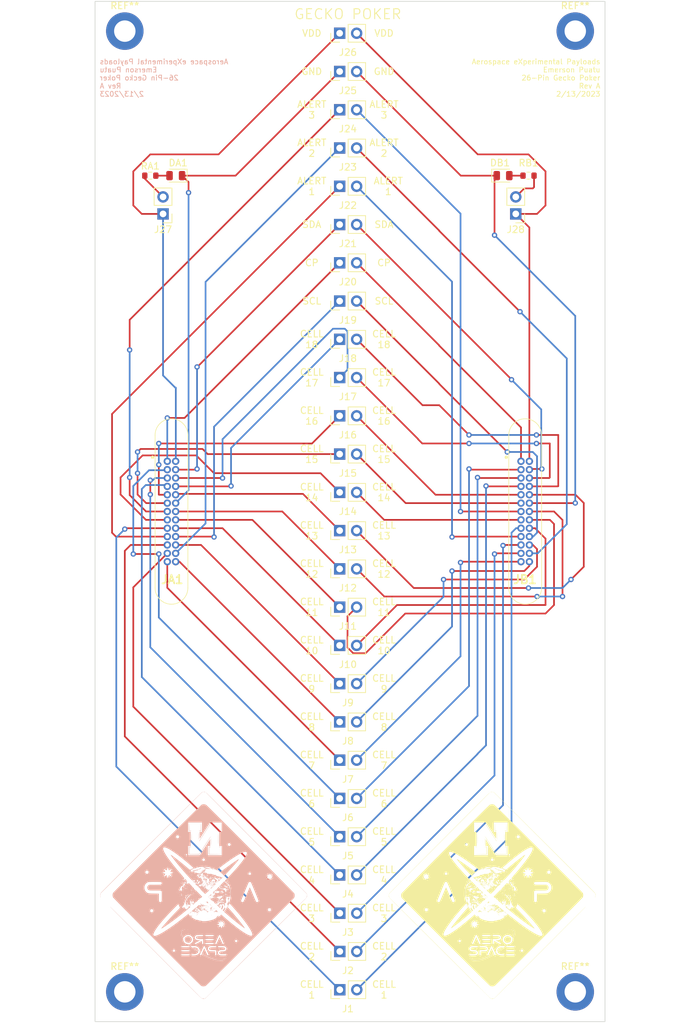
<source format=kicad_pcb>
(kicad_pcb (version 20211014) (generator pcbnew)
  (layers (0 "F.Cu" signal) (31 "B.Cu" signal) (34 "B.Paste" user) (35 "F.Paste" user) (36 "B.SilkS" user "B.Silkscreen") (37 "F.SilkS" user "F.Silkscreen") (38 "B.Mask" user) (39 "F.Mask" user) (44 "Edge.Cuts" user))
  (net 0 "")
  (net 1 "CP_A")
  (net 2 "CELL_6_A")
  (net 3 "CELL_5_A")
  (net 4 "CELL_4_A")
  (net 5 "CELL_16_A")
  (net 6 "CELL_15_A")
  (net 7 "ALERT3_A")
  (net 8 "CELL_14_A")
  (net 9 "CELL_1_A")
  (net 10 "ALERT1_A")
  (net 11 "CELL_2_A")
  (net 12 "CELL_3_A")
  (net 13 "CELL_7_A")
  (net 14 "VDD_A")
  (net 15 "SDA_A")
  (net 16 "CELL_17_A")
  (net 17 "CELL_18_A")
  (net 18 "CELL_13_A")
  (net 19 "GND_A")
  (net 20 "CELL_12_A")
  (net 21 "CELL_11_A")
  (net 22 "CELL_10_A")
  (net 23 "SCL_A")
  (net 24 "CELL_9_A")
  (net 25 "ALERT2_A")
  (net 26 "CELL_8_A")
  (net 27 "CP_B")
  (net 28 "CELL_6_B")
  (net 29 "CELL_5_B")
  (net 30 "CELL_4_B")
  (net 31 "CELL_16_B")
  (net 32 "CELL_15_B")
  (net 33 "ALERT3_B")
  (net 34 "CELL_14_B")
  (net 35 "CELL_1_B")
  (net 36 "ALERT1_B")
  (net 37 "CELL_2_B")
  (net 38 "CELL_3_B")
  (net 39 "CELL_7_B")
  (net 40 "VDD_B")
  (net 41 "SDA_B")
  (net 42 "CELL_17_B")
  (net 43 "CELL_18_B")
  (net 44 "CELL_13_B")
  (net 45 "GND_B")
  (net 46 "CELL_12_B")
  (net 47 "CELL_11_B")
  (net 48 "CELL_10_B")
  (net 49 "SCL_B")
  (net 50 "CELL_9_B")
  (net 51 "ALERT2_B")
  (net 52 "CELL_8_B")
  (net 53 "Net-(DA1-Pad2)")
  (net 54 "Net-(DB1-Pad2)")
  (net 55 "Net-(J27-Pad2)")
  (net 56 "Net-(J28-Pad2)")
  (footprint "Connector_PinHeader_2.54mm:PinHeader_1x02_P2.54mm_Vertical" (layer "F.Cu") (at 77.825 67.6275 90)
    (fp_text reference "J20")
    (fp_text value "Conn_01x02")
  )
  (footprint "Connector_PinHeader_2.54mm:PinHeader_1x02_P2.54mm_Vertical" (layer "F.Cu") (at 77.825 119.0625 90)
    (fp_text reference "J11")
    (fp_text value "Conn_01x02")
  )
  (footprint "Connector_PinHeader_2.54mm:PinHeader_1x02_P2.54mm_Vertical" (layer "F.Cu") (at 77.825 96.2025 90)
    (fp_text reference "J15")
    (fp_text value "Conn_01x02")
  )
  (footprint "1P:G125-MV12605M1P" (layer "F.Cu") (at 104.9225 97.275 -90)
    (fp_text reference "JB1")
    (fp_text value "G125-MH12605M4R" hide)
  )
  (footprint "Connector_PinHeader_2.54mm:PinHeader_1x02_P2.54mm_Vertical" (layer "F.Cu") (at 77.8455 170.4975 90)
    (fp_text reference "J2")
    (fp_text value "Conn_01x02")
  )
  (footprint "MountingHole:MountingHole_3.2mm_M3_DIN965_Pad_TopBottom" (layer "F.Cu") (at 113.03 176.53)
    (fp_text reference "REF**")
    (fp_text value "MountingHole_3.2mm_M3_DIN965_Pad_TopBottom")
  )
  (footprint "Connector_PinHeader_2.54mm:PinHeader_1x02_P2.54mm_Vertical" (layer "F.Cu") (at 77.825 107.6325 90)
    (fp_text reference "J13")
    (fp_text value "Conn_01x02")
  )
  (footprint "Connector_PinHeader_2.54mm:PinHeader_1x02_P2.54mm_Vertical" (layer "F.Cu") (at 77.825 101.9175 90)
    (fp_text reference "J14")
    (fp_text value "Conn_01x02")
  )
  (footprint "Connector_PinHeader_2.54mm:PinHeader_1x02_P2.54mm_Vertical" (layer "F.Cu") (at 77.825 50.4825 90)
    (fp_text reference "J23")
    (fp_text value "Conn_01x02")
  )
  (footprint "Connector_PinHeader_2.54mm:PinHeader_1x02_P2.54mm_Vertical" (layer "F.Cu") (at 77.825 79.0575 90)
    (fp_text reference "J18")
    (fp_text value "Conn_01x02")
  )
  (footprint "LED_SMD:LED_0805_2012Metric" (layer "F.Cu") (at 53.34 54.605 180)
    (fp_text reference "DA1")
    (fp_text value "LED")
  )
  (footprint "Connector_PinHeader_2.54mm:PinHeader_1x02_P2.54mm_Vertical" (layer "F.Cu") (at 77.825 56.1975 90)
    (fp_text reference "J22")
    (fp_text value "Conn_01x02")
  )
  (footprint "MountingHole:MountingHole_3.2mm_M3_DIN965_Pad_TopBottom" (layer "F.Cu") (at 45.72 33.02)
    (fp_text reference "REF**")
    (fp_text value "MountingHole_3.2mm_M3_DIN965_Pad_TopBottom")
  )
  (footprint "Connector_PinHeader_2.54mm:PinHeader_1x02_P2.54mm_Vertical" (layer "F.Cu") (at 77.825 44.7675 90)
    (fp_text reference "J24")
    (fp_text value "Conn_01x02")
  )
  (footprint "Connector_PinHeader_2.54mm:PinHeader_1x02_P2.54mm_Vertical" (layer "F.Cu") (at 77.825 136.2075 90)
    (fp_text reference "J8")
    (fp_text value "Conn_01x02")
  )
  (footprint "Connector_PinHeader_2.54mm:PinHeader_1x02_P2.54mm_Vertical" (layer "F.Cu") (at 77.8455 164.7825 90)
    (fp_text reference "J3")
    (fp_text value "Conn_01x02")
  )
  (footprint "Connector_PinHeader_2.54mm:PinHeader_1x02_P2.54mm_Vertical" (layer "F.Cu") (at 77.8455 176.2125 90)
    (fp_text reference "J1")
    (fp_text value "Conn_01x02")
  )
  (footprint "LED_SMD:LED_0805_2012Metric" (layer "F.Cu") (at 102.235 54.605)
    (fp_text reference "DB1")
    (fp_text value "LED")
  )
  (footprint "Connector_PinHeader_2.54mm:PinHeader_1x02_P2.54mm_Vertical" (layer "F.Cu") (at 77.825 90.4875 90)
    (fp_text reference "J16")
    (fp_text value "Conn_01x02")
  )
  (footprint "Connector_PinHeader_2.54mm:PinHeader_1x02_P2.54mm_Vertical" (layer "F.Cu") (at 77.825 73.3425 90)
    (fp_text reference "J19")
    (fp_text value "Conn_01x02")
  )
  (footprint "Connector_PinHeader_2.54mm:PinHeader_1x02_P2.54mm_Vertical" (layer "F.Cu") (at 77.825 39.0525 90)
    (fp_text reference "J25")
    (fp_text value "Conn_01x02")
  )
  (footprint "Resistor_SMD:R_0603_1608Metric" (layer "F.Cu") (at 106.045 54.61 180)
    (fp_text reference "RB1")
    (fp_text value "R")
  )
  (footprint "Connector_PinHeader_2.54mm:PinHeader_1x02_P2.54mm_Vertical" (layer "F.Cu") (at 77.825 130.4925 90)
    (fp_text reference "J9")
    (fp_text value "Conn_01x02")
  )
  (footprint "Connector_PinHeader_2.54mm:PinHeader_1x02_P2.54mm_Vertical" (layer "F.Cu") (at 51.435 60.325 180)
    (fp_text reference "J27")
    (fp_text value "Conn_01x02")
  )
  (footprint "Connector_PinHeader_2.54mm:PinHeader_1x02_P2.54mm_Vertical" (layer "F.Cu") (at 77.825 147.6375 90)
    (fp_text reference "J6")
    (fp_text value "Conn_01x02")
  )
  (footprint "Resistor_SMD:R_0603_1608Metric" (layer "F.Cu") (at 49.53 54.61)
    (fp_text reference "RA1")
    (fp_text value "R")
  )
  (footprint "Connector_PinHeader_2.54mm:PinHeader_1x02_P2.54mm_Vertical" (layer "F.Cu") (at 104.14 60.325 180)
    (fp_text reference "J28")
    (fp_text value "Conn_01x02")
  )
  (footprint "1P:G125-MV12605M1P" (layer "F.Cu") (at 52.07 97.275 -90)
    (fp_text reference "JA1")
    (fp_text value "G125-MH12605M4R" hide)
  )
  (footprint "Connector_PinHeader_2.54mm:PinHeader_1x02_P2.54mm_Vertical" (layer "F.Cu") (at 77.825 159.0675 90)
    (fp_text reference "J4")
    (fp_text value "Conn_01x02")
  )
  (footprint "Connector_PinHeader_2.54mm:PinHeader_1x02_P2.54mm_Vertical" (layer "F.Cu") (at 77.825 33.3375 90)
    (fp_text reference "J26")
    (fp_text value "Conn_01x02")
  )
  (footprint "MountingHole:MountingHole_3.2mm_M3_DIN965_Pad_TopBottom" (layer "F.Cu") (at 45.72 176.53)
    (fp_text reference "REF**")
    (fp_text value "MountingHole_3.2mm_M3_DIN965_Pad_TopBottom")
  )
  (footprint "MountingHole:MountingHole_3.2mm_M3_DIN965_Pad_TopBottom" (layer "F.Cu") (at 113.03 33.02)
    (fp_text reference "REF**")
    (fp_text value "MountingHole_3.2mm_M3_DIN965_Pad_TopBottom")
  )
  (footprint "Connector_PinHeader_2.54mm:PinHeader_1x02_P2.54mm_Vertical" (layer "F.Cu") (at 77.825 141.9225 90)
    (fp_text reference "J7")
    (fp_text value "Conn_01x02")
  )
  (footprint "Connector_PinHeader_2.54mm:PinHeader_1x02_P2.54mm_Vertical" (layer "F.Cu") (at 77.825 153.3525 90)
    (fp_text reference "J5")
    (fp_text value "Conn_01x02")
  )
  (footprint "Connector_PinHeader_2.54mm:PinHeader_1x02_P2.54mm_Vertical" (layer "F.Cu") (at 77.825 113.3475 90)
    (fp_text reference "J12")
    (fp_text value "Conn_01x02")
  )
  (footprint "Connector_PinHeader_2.54mm:PinHeader_1x02_P2.54mm_Vertical" (layer "F.Cu") (at 77.825 84.7725 90)
    (fp_text reference "J17")
    (fp_text value "Conn_01x02")
  )
  (footprint "Connector_PinHeader_2.54mm:PinHeader_1x02_P2.54mm_Vertical" (layer "F.Cu") (at 77.825 61.9125 90)
    (fp_text reference "J21")
    (fp_text value "Conn_01x02")
  )
  (footprint "Connector_PinHeader_2.54mm:PinHeader_1x02_P2.54mm_Vertical" (layer "F.Cu") (at 77.825 124.7775 90)
    (fp_text reference "J10")
    (fp_text value "Conn_01x02")
  )
  (footprint "AXP_logo:axp_logos" (layer "F.Cu") (at 100.33 161.925)
    (fp_text reference "G***" hide)
    (fp_text value "LOGO" hide)
  )
  (footprint "AXP_logo:axp_logos" (layer "B.Cu") (at 57.785 161.925 180)
    (fp_text reference "G***" hide)
    (fp_text value "LOGO" hide)
  )
  (gr_rect (start 41.275 28.575) (end 117.475 180.975) (layer "Edge.Cuts") (width 0.1) (fill none))
  (gr_text "Aerospace eXperimental Payloads\nEmerson Puatu\n26-Pin Gecko Poker\nRev A\n2/13/2023" (at 41.91 40.005) (layer "B.SilkS") (effects (font (size 0.75 0.75) (thickness 0.12)) (justify right mirror)))
  (gr_text "CELL\n10" (at 84.455 124.7775) (layer "F.SilkS") (effects (font (size 1 1))))
  (gr_text "CELL\n6" (at 84.455 147.6375) (layer "F.SilkS") (effects (font (size 1 1))))
  (gr_text "CELL\n5" (at 84.455 153.3525) (layer "F.SilkS") (effects (font (size 1 1))))
  (gr_text "SDA" (at 73.66 61.9125) (layer "F.SilkS") (effects (font (size 1 1))))
  (gr_text "CELL\n9" (at 84.455 130.4925) (layer "F.SilkS") (effects (font (size 1 1))))
  (gr_text "ALERT\n2" (at 84.455 50.4825) (layer "F.SilkS") (effects (font (size 1 1))))
  (gr_text "CELL\n7" (at 73.66 141.9225) (layer "F.SilkS") (effects (font (size 1 1))))
  (gr_text "ALERT\n3" (at 73.66 44.7675) (layer "F.SilkS") (effects (font (size 1 1))))
  (gr_text "CELL\n14" (at 73.66 101.9175) (layer "F.SilkS") (effects (font (size 1 1))))
  (gr_text "VDD" (at 84.455 33.3375) (layer "F.SilkS") (effects (font (size 1 1))))
  (gr_text "CELL\n4" (at 73.66 159.0675) (layer "F.SilkS") (effects (font (size 1 1))))
  (gr_text "CELL\n10" (at 73.66 124.7775) (layer "F.SilkS") (effects (font (size 1 1))))
  (gr_text "SCL" (at 73.66 73.3425) (layer "F.SilkS") (effects (font (size 1 1))))
  (gr_text "GND" (at 84.455 39.0525) (layer "F.SilkS") (effects (font (size 1 1))))
  (gr_text "CELL\n9" (at 73.66 130.4925) (layer "F.SilkS") (effects (font (size 1 1))))
  (gr_text "CELL\n17" (at 84.455 84.7725) (layer "F.SilkS") (effects (font (size 1 1))))
  (gr_text "CELL\n18" (at 84.455 79.0575) (layer "F.SilkS") (effects (font (size 1 1))))
  (gr_text "CELL\n8" (at 73.66 136.2075) (layer "F.SilkS") (effects (font (size 1 1))))
  (gr_text "ALERT\n2" (at 73.66 50.4825) (layer "F.SilkS") (effects (font (size 1 1))))
  (gr_text "CELL\n17" (at 73.66 84.7725) (layer "F.SilkS") (effects (font (size 1 1))))
  (gr_text "CELL\n11" (at 73.66 119.0625) (layer "F.SilkS") (effects (font (size 1 1))))
  (gr_text "CELL\n7" (at 84.455 141.9225) (layer "F.SilkS") (effects (font (size 1 1))))
  (gr_text "CELL\n11" (at 84.455 119.0625) (layer "F.SilkS") (effects (font (size 1 1))))
  (gr_text "CELL\n13" (at 73.66 107.6325) (layer "F.SilkS") (effects (font (size 1 1))))
  (gr_text "CELL\n1" (at 84.455 176.2125) (layer "F.SilkS") (effects (font (size 1 1))))
  (gr_text "CP" (at 73.66 67.6275) (layer "F.SilkS") (effects (font (size 1 1))))
  (gr_text "GECKO POKER" (at 79.0575 30.48) (layer "F.SilkS") (effects (font (size 1.5 1.5))))
  (gr_text "CELL\n13" (at 84.455 107.6325) (layer "F.SilkS") (effects (font (size 1 1))))
  (gr_text "ALERT\n1" (at 85.09 56.1975) (layer "F.SilkS") (effects (font (size 1 1))))
  (gr_text "CELL\n3" (at 73.66 164.7825) (layer "F.SilkS") (effects (font (size 1 1))))
  (gr_text "CELL\n18" (at 73.66 79.0575) (layer "F.SilkS") (effects (font (size 1 1))))
  (gr_text "SDA" (at 84.455 61.9125) (layer "F.SilkS") (effects (font (size 1 1))))
  (gr_text "CELL\n1" (at 73.66 176.2125) (layer "F.SilkS") (effects (font (size 1 1))))
  (gr_text "SCL" (at 84.455 73.3425) (layer "F.SilkS") (effects (font (size 1 1))))
  (gr_text "CELL\n12" (at 84.455 113.3475) (layer "F.SilkS") (effects (font (size 1 1))))
  (gr_text "CELL\n15" (at 73.66 96.2025) (layer "F.SilkS") (effects (font (size 1 1))))
  (gr_text "VDD" (at 73.66 33.3375) (layer "F.SilkS") (effects (font (size 1 1))))
  (gr_text "CP" (at 84.455 67.6275) (layer "F.SilkS") (effects (font (size 1 1))))
  (gr_text "CELL\n6" (at 73.66 147.6375) (layer "F.SilkS") (effects (font (size 1 1))))
  (gr_text "CELL\n16" (at 73.66 90.4875) (layer "F.SilkS") (effects (font (size 1 1))))
  (gr_text "CELL\n5" (at 73.66 153.3525) (layer "F.SilkS") (effects (font (size 1 1))))
  (gr_text "ALERT\n1" (at 73.66 56.1975) (layer "F.SilkS") (effects (font (size 1 1))))
  (gr_text "CELL\n15" (at 84.455 96.2025) (layer "F.SilkS") (effects (font (size 1 1))))
  (gr_text "CELL\n3" (at 84.455 164.7825) (layer "F.SilkS") (effects (font (size 1 1))))
  (gr_text "ALERT\n3" (at 84.455 44.7675) (layer "F.SilkS") (effects (font (size 1 1))))
  (gr_text "Aerospace eXperimental Payloads\nEmerson Puatu\n26-Pin Gecko Poker\nRev A\n2/13/2023" (at 116.84 40.005) (layer "F.SilkS") (effects (font (size 0.75 0.75) (thickness 0.12)) (justify right)))
  (gr_text "CELL\n2" (at 73.66 170.4975) (layer "F.SilkS") (effects (font (size 1 1))))
  (gr_text "CELL\n4" (at 84.455 159.0675) (layer "F.SilkS") (effects (font (size 1 1))))
  (gr_text "CELL\n2" (at 84.455 170.4975) (layer "F.SilkS") (effects (font (size 1 1))))
  (gr_text "GND" (at 73.66 39.0525) (layer "F.SilkS") (effects (font (size 1 1))))
  (gr_text "CELL\n14" (at 84.455 101.9175) (layer "F.SilkS") (effects (font (size 1 1))))
  (gr_text "CELL\n8" (at 84.455 136.2075) (layer "F.SilkS") (effects (font (size 1 1))))
  (gr_text "CELL\n12" (at 73.66 113.3475) (layer "F.SilkS") (effects (font (size 1 1))))
  (gr_text "CELL\n16" (at 84.455 90.4875) (layer "F.SilkS") (effects (font (size 1 1))))
  (segment (start 52.07 90.805) (end 54.6475 90.805) (width 0.25) (layer "F.Cu") (net 1))
  (segment (start 54.6475 90.805) (end 77.825 67.6275) (width 0.25) (layer "F.Cu") (net 1))
  (via (at 52.07 90.805) (size 0.8) (drill 0.4) (layers "F.Cu" "B.Cu") (net 1))
  (segment (start 52.07 90.805) (end 52.07 97.275) (width 0.25) (layer "B.Cu") (net 1))
  (segment (start 46.99 111.125) (end 50.8 111.125) (width 0.25) (layer "F.Cu") (net 2))
  (via (at 50.8 111.125) (size 0.8) (drill 0.4) (layers "F.Cu" "B.Cu") (net 2))
  (via (at 46.99 111.125) (size 0.8) (drill 0.4) (layers "F.Cu" "B.Cu") (net 2))
  (segment (start 46.99 100.965) (end 49.344531 98.610469) (width 0.25) (layer "B.Cu") (net 2))
  (segment (start 46.99 111.125) (end 46.99 100.965) (width 0.25) (layer "B.Cu") (net 2))
  (segment (start 49.344531 98.610469) (end 51.984531 98.610469) (width 0.25) (layer "B.Cu") (net 2))
  (segment (start 50.8 120.6125) (end 77.825 147.6375) (width 0.25) (layer "B.Cu") (net 2))
  (segment (start 51.984531 98.610469) (end 52.07 98.525) (width 0.25) (layer "B.Cu") (net 2))
  (segment (start 50.8 111.125) (end 50.8 120.6125) (width 0.25) (layer "B.Cu") (net 2))
  (segment (start 49.53 100.101489) (end 49.53 102.235) (width 0.25) (layer "F.Cu") (net 3))
  (via (at 49.53 100.101489) (size 0.8) (drill 0.4) (layers "F.Cu" "B.Cu") (net 3))
  (via (at 49.53 102.235) (size 0.8) (drill 0.4) (layers "F.Cu" "B.Cu") (net 3))
  (segment (start 49.53 102.235) (end 49.53 125.0575) (width 0.25) (layer "B.Cu") (net 3))
  (segment (start 49.53 125.0575) (end 77.825 153.3525) (width 0.25) (layer "B.Cu") (net 3))
  (segment (start 49.918511 100.101489) (end 49.53 100.101489) (width 0.25) (layer "B.Cu") (net 3))
  (segment (start 50.245 99.775) (end 52.07 99.775) (width 0.25) (layer "B.Cu") (net 3))
  (segment (start 50.245 99.775) (end 49.918511 100.101489) (width 0.25) (layer "B.Cu") (net 3))
  (segment (start 48.26 129.5025) (end 48.26 101.41452) (width 0.25) (layer "B.Cu") (net 4))
  (segment (start 48.848531 100.825989) (end 51.870989 100.825989) (width 0.25) (layer "B.Cu") (net 4))
  (segment (start 77.825 159.0675) (end 48.26 129.5025) (width 0.25) (layer "B.Cu") (net 4))
  (segment (start 48.26 101.41452) (end 48.848531 100.825989) (width 0.25) (layer "B.Cu") (net 4))
  (segment (start 51.870989 100.825989) (end 52.07 101.025) (width 0.25) (layer "B.Cu") (net 4))
  (segment (start 50.8 97.79) (end 50.8 102.235) (width 0.25) (layer "F.Cu") (net 5))
  (segment (start 50.8 102.235) (end 50.84 102.275) (width 0.25) (layer "F.Cu") (net 5))
  (segment (start 50.84 102.275) (end 52.07 102.275) (width 0.25) (layer "F.Cu") (net 5))
  (segment (start 73.6975 94.615) (end 77.825 90.4875) (width 0.25) (layer "F.Cu") (net 5))
  (segment (start 50.8 94.615) (end 73.6975 94.615) (width 0.25) (layer "F.Cu") (net 5))
  (via (at 50.8 94.615) (size 0.8) (drill 0.4) (layers "F.Cu" "B.Cu") (net 5))
  (via (at 50.8 97.79) (size 0.8) (drill 0.4) (layers "F.Cu" "B.Cu") (net 5))
  (segment (start 50.8 97.79) (end 50.8 94.615) (width 0.25) (layer "B.Cu") (net 5))
  (segment (start 57.33548 95.43548) (end 58.1025 96.2025) (width 0.25) (layer "F.Cu") (net 6))
  (segment (start 47.625 95.885) (end 48.07452 95.43548) (width 0.25) (layer "F.Cu") (net 6))
  (segment (start 58.1025 96.2025) (end 77.825 96.2025) (width 0.25) (layer "F.Cu") (net 6))
  (segment (start 48.915 103.525) (end 52.07 103.525) (width 0.25) (layer "F.Cu") (net 6))
  (segment (start 47.625 102.235) (end 48.915 103.525) (width 0.25) (layer "F.Cu") (net 6))
  (segment (start 47.625 99.06) (end 47.625 102.235) (width 0.25) (layer "F.Cu") (net 6))
  (segment (start 48.07452 95.43548) (end 57.33548 95.43548) (width 0.25) (layer "F.Cu") (net 6))
  (via (at 47.625 95.885) (size 0.8) (drill 0.4) (layers "F.Cu" "B.Cu") (net 6))
  (via (at 47.625 99.06) (size 0.8) (drill 0.4) (layers "F.Cu" "B.Cu") (net 6))
  (segment (start 47.625 99.06) (end 47.625 95.885) (width 0.25) (layer "B.Cu") (net 6))
  (segment (start 46.4445 76.148) (end 77.825 44.7675) (width 0.25) (layer "F.Cu") (net 7))
  (segment (start 46.4445 80.645) (end 46.4445 76.148) (width 0.25) (layer "F.Cu") (net 7))
  (segment (start 46.4445 99.695) (end 46.4445 102.3245) (width 0.25) (layer "F.Cu") (net 7))
  (segment (start 48.895 104.775) (end 52.07 104.775) (width 0.25) (layer "F.Cu") (net 7))
  (segment (start 46.4445 102.3245) (end 48.895 104.775) (width 0.25) (layer "F.Cu") (net 7))
  (via (at 46.4445 99.695) (size 0.8) (drill 0.4) (layers "F.Cu" "B.Cu") (net 7))
  (via (at 46.4445 80.645) (size 0.8) (drill 0.4) (layers "F.Cu" "B.Cu") (net 7))
  (segment (start 46.4445 99.695) (end 46.4445 80.645) (width 0.25) (layer "B.Cu") (net 7))
  (segment (start 48.379511 96.400489) (end 45.085 99.695) (width 0.25) (layer "F.Cu") (net 8))
  (segment (start 60.625103 99.050489) (end 59.045489 99.050489) (width 0.25) (layer "F.Cu") (net 8))
  (segment (start 74.9675 99.06) (end 60.634614 99.06) (width 0.25) (layer "F.Cu") (net 8))
  (segment (start 60.634614 99.06) (end 60.625103 99.050489) (width 0.25) (layer "F.Cu") (net 8))
  (segment (start 56.395489 96.400489) (end 48.379511 96.400489) (width 0.25) (layer "F.Cu") (net 8))
  (segment (start 48.875 106.025) (end 52.07 106.025) (width 0.25) (layer "F.Cu") (net 8))
  (segment (start 45.085 102.235) (end 48.875 106.025) (width 0.25) (layer "F.Cu") (net 8))
  (segment (start 59.045489 99.050489) (end 56.395489 96.400489) (width 0.25) (layer "F.Cu") (net 8))
  (segment (start 77.825 101.9175) (end 74.9675 99.06) (width 0.25) (layer "F.Cu") (net 8))
  (segment (start 45.085 99.695) (end 45.085 102.235) (width 0.25) (layer "F.Cu") (net 8))
  (segment (start 45.8495 107.275) (end 52.07 107.275) (width 0.25) (layer "F.Cu") (net 9))
  (segment (start 45.72 107.4045) (end 45.8495 107.275) (width 0.25) (layer "F.Cu") (net 9))
  (via (at 45.72 107.4045) (size 0.8) (drill 0.4) (layers "F.Cu" "B.Cu") (net 9))
  (segment (start 44.45 142.875) (end 77.7875 176.2125) (width 0.25) (layer "B.Cu") (net 9))
  (segment (start 44.45 108.6745) (end 44.45 142.875) (width 0.25) (layer "B.Cu") (net 9))
  (segment (start 45.72 107.4045) (end 44.45 108.6745) (width 0.25) (layer "B.Cu") (net 9))
  (segment (start 77.7875 176.2125) (end 77.8455 176.2125) (width 0.25) (layer "B.Cu") (net 9))
  (segment (start 43.815 90.2075) (end 43.815 107.95) (width 0.25) (layer "F.Cu") (net 10))
  (segment (start 44.39 108.525) (end 43.815 107.95) (width 0.25) (layer "F.Cu") (net 10))
  (segment (start 52.07 108.525) (end 44.39 108.525) (width 0.25) (layer "F.Cu") (net 10))
  (segment (start 77.825 56.1975) (end 43.815 90.2075) (width 0.25) (layer "F.Cu") (net 10))
  (segment (start 52.07 109.775) (end 47.200614 109.775) (width 0.25) (layer "F.Cu") (net 11))
  (segment (start 46.600397 109.774989) (end 45.72 110.655386) (width 0.25) (layer "F.Cu") (net 11))
  (segment (start 47.200603 109.774989) (end 46.600397 109.774989) (width 0.25) (layer "F.Cu") (net 11))
  (segment (start 47.200614 109.775) (end 47.200603 109.774989) (width 0.25) (layer "F.Cu") (net 11))
  (segment (start 45.72 138.372) (end 77.8455 170.4975) (width 0.25) (layer "F.Cu") (net 11))
  (segment (start 45.72 110.655386) (end 45.72 138.372) (width 0.25) (layer "F.Cu") (net 11))
  (segment (start 46.99 133.927) (end 77.8455 164.7825) (width 0.25) (layer "F.Cu") (net 12))
  (segment (start 46.99 116.105) (end 46.99 133.927) (width 0.25) (layer "F.Cu") (net 12))
  (segment (start 52.07 111.025) (end 46.99 116.105) (width 0.25) (layer "F.Cu") (net 12))
  (segment (start 52.07 112.275) (end 52.07 116.1675) (width 0.25) (layer "F.Cu") (net 13))
  (segment (start 52.07 116.1675) (end 77.825 141.9225) (width 0.25) (layer "F.Cu") (net 13))
  (segment (start 46.99 53.975) (end 46.99 59.055) (width 0.25) (layer "F.Cu") (net 14))
  (segment (start 48.26 60.325) (end 51.435 60.325) (width 0.25) (layer "F.Cu") (net 14))
  (segment (start 46.99 59.055) (end 48.26 60.325) (width 0.25) (layer "F.Cu") (net 14))
  (segment (start 77.825 33.3375) (end 59.7275 51.435) (width 0.25) (layer "F.Cu") (net 14))
  (segment (start 59.7275 51.435) (end 49.53 51.435) (width 0.25) (layer "F.Cu") (net 14))
  (segment (start 49.53 51.435) (end 46.99 53.975) (width 0.25) (layer "F.Cu") (net 14))
  (via (at 51.435 60.325) (size 0.8) (drill 0.4) (layers "F.Cu" "B.Cu") (net 14))
  (segment (start 53.32 97.275) (end 53.34 97.255) (width 0.25) (layer "B.Cu") (net 14))
  (segment (start 53.34 86.36) (end 51.435 84.455) (width 0.25) (layer "B.Cu") (net 14))
  (segment (start 53.34 97.255) (end 53.34 86.36) (width 0.25) (layer "B.Cu") (net 14))
  (segment (start 53.34 86.36) (end 53.34 86.2705) (width 0.25) (layer "B.Cu") (net 14))
  (segment (start 51.435 84.455) (end 51.435 60.325) (width 0.25) (layer "B.Cu") (net 14))
  (segment (start 56.515 98.425) (end 56.415 98.525) (width 0.25) (layer "F.Cu") (net 15))
  (segment (start 56.5525 83.185) (end 77.825 61.9125) (width 0.25) (layer "F.Cu") (net 15))
  (segment (start 56.515 83.185) (end 56.5525 83.185) (width 0.25) (layer "F.Cu") (net 15))
  (segment (start 56.415 98.525) (end 53.32 98.525) (width 0.25) (layer "F.Cu") (net 15))
  (via (at 56.515 83.185) (size 0.8) (drill 0.4) (layers "F.Cu" "B.Cu") (net 15))
  (via (at 56.515 98.425) (size 0.8) (drill 0.4) (layers "F.Cu" "B.Cu") (net 15))
  (segment (start 56.515 98.425) (end 56.515 83.185) (width 0.25) (layer "B.Cu") (net 15))
  (segment (start 60.325 99.7845) (end 60.3155 99.775) (width 0.25) (layer "F.Cu") (net 16))
  (segment (start 60.3155 99.775) (end 53.32 99.775) (width 0.25) (layer "F.Cu") (net 16))
  (via (at 60.325 99.7845) (size 0.8) (drill 0.4) (layers "F.Cu" "B.Cu") (net 16))
  (segment (start 76.835 77.47) (end 60.325 93.98) (width 0.25) (layer "B.Cu") (net 16))
  (segment (start 78.999511 77.882989) (end 78.586522 77.47) (width 0.25) (layer "B.Cu") (net 16))
  (segment (start 60.325 93.98) (end 60.325 99.7845) (width 0.25) (layer "B.Cu") (net 16))
  (segment (start 78.586522 77.47) (end 76.835 77.47) (width 0.25) (layer "B.Cu") (net 16))
  (segment (start 77.825 84.7725) (end 78.999511 83.597989) (width 0.25) (layer "B.Cu") (net 16))
  (segment (start 78.999511 83.597989) (end 78.999511 77.882989) (width 0.25) (layer "B.Cu") (net 16))
  (segment (start 61.595 100.965) (end 61.535 101.025) (width 0.25) (layer "F.Cu") (net 17))
  (segment (start 61.535 101.025) (end 53.32 101.025) (width 0.25) (layer "F.Cu") (net 17))
  (via (at 61.595 100.965) (size 0.8) (drill 0.4) (layers "F.Cu" "B.Cu") (net 17))
  (segment (start 61.595 100.965) (end 61.595 95.2875) (width 0.25) (layer "B.Cu") (net 17))
  (segment (start 61.595 95.2875) (end 77.825 79.0575) (width 0.25) (layer "B.Cu") (net 17))
  (segment (start 53.32 102.275) (end 53.4495 102.1455) (width 0.25) (layer "F.Cu") (net 18))
  (segment (start 72.338 102.1455) (end 77.825 107.6325) (width 0.25) (layer "F.Cu") (net 18))
  (segment (start 53.4495 102.1455) (end 72.338 102.1455) (width 0.25) (layer "F.Cu") (net 18))
  (segment (start 55.245 55.5725) (end 54.2775 54.605) (width 0.25) (layer "F.Cu") (net 19))
  (segment (start 54.2825 54.61) (end 62.2675 54.61) (width 0.25) (layer "F.Cu") (net 19))
  (segment (start 55.245 57.15) (end 55.245 55.5725) (width 0.25) (layer "F.Cu") (net 19))
  (segment (start 62.2675 54.61) (end 77.825 39.0525) (width 0.25) (layer "F.Cu") (net 19))
  (segment (start 54.2775 54.605) (end 54.2825 54.61) (width 0.25) (layer "F.Cu") (net 19))
  (via (at 55.245 57.15) (size 0.8) (drill 0.4) (layers "F.Cu" "B.Cu") (net 19))
  (segment (start 55.245 57.15) (end 55.245 101.6) (width 0.25) (layer "B.Cu") (net 19))
  (segment (start 55.245 101.6) (end 53.32 103.525) (width 0.25) (layer "B.Cu") (net 19))
  (segment (start 53.32 104.775) (end 69.2525 104.775) (width 0.25) (layer "F.Cu") (net 20))
  (segment (start 69.2525 104.775) (end 77.825 113.3475) (width 0.25) (layer "F.Cu") (net 20))
  (segment (start 53.32 106.025) (end 64.7875 106.025) (width 0.25) (layer "F.Cu") (net 21))
  (segment (start 64.7875 106.025) (end 77.825 119.0625) (width 0.25) (layer "F.Cu") (net 21))
  (segment (start 60.3225 107.275) (end 77.825 124.7775) (width 0.25) (layer "F.Cu") (net 22))
  (segment (start 53.32 107.275) (end 60.3225 107.275) (width 0.25) (layer "F.Cu") (net 22))
  (segment (start 59.055 108.585) (end 58.995 108.525) (width 0.25) (layer "F.Cu") (net 23))
  (segment (start 58.995 108.525) (end 53.32 108.525) (width 0.25) (layer "F.Cu") (net 23))
  (via (at 59.055 108.585) (size 0.8) (drill 0.4) (layers "F.Cu" "B.Cu") (net 23))
  (segment (start 59.055 108.585) (end 59.055 92.1125) (width 0.25) (layer "B.Cu") (net 23))
  (segment (start 59.055 92.1125) (end 77.825 73.3425) (width 0.25) (layer "B.Cu") (net 23))
  (segment (start 57.1075 109.775) (end 53.32 109.775) (width 0.25) (layer "F.Cu") (net 24))
  (segment (start 77.825 130.4925) (end 57.1075 109.775) (width 0.25) (layer "F.Cu") (net 24))
  (segment (start 57.785 70.485) (end 77.7875 50.4825) (width 0.25) (layer "B.Cu") (net 25))
  (segment (start 57.785 70.485) (end 57.785 106.56) (width 0.25) (layer "B.Cu") (net 25))
  (segment (start 77.7875 50.4825) (end 77.825 50.4825) (width 0.25) (layer "B.Cu") (net 25))
  (segment (start 57.785 106.56) (end 53.32 111.025) (width 0.25) (layer "B.Cu") (net 25))
  (segment (start 53.32 112.275) (end 53.8925 112.275) (width 0.25) (layer "F.Cu") (net 26))
  (segment (start 53.8925 112.275) (end 77.825 136.2075) (width 0.25) (layer "F.Cu") (net 26))
  (segment (start 104.9225 92.2225) (end 92.71 80.01) (width 0.25) (layer "F.Cu") (net 27))
  (segment (start 80.365 67.6275) (end 92.71 79.9725) (width 0.25) (layer "F.Cu") (net 27))
  (segment (start 104.9225 97.275) (end 104.9225 92.2225) (width 0.25) (layer "F.Cu") (net 27))
  (segment (start 92.71 79.9725) (end 92.71 80.01) (width 0.25) (layer "F.Cu") (net 27))
  (segment (start 97.255 98.525) (end 104.9225 98.525) (width 0.25) (layer "F.Cu") (net 28))
  (segment (start 97.155 98.425) (end 97.255 98.525) (width 0.25) (layer "F.Cu") (net 28))
  (via (at 97.155 98.425) (size 0.8) (drill 0.4) (layers "F.Cu" "B.Cu") (net 28))
  (segment (start 97.155 98.425) (end 97.155 130.8475) (width 0.25) (layer "B.Cu") (net 28))
  (segment (start 97.155 130.8475) (end 80.365 147.6375) (width 0.25) (layer "B.Cu") (net 28))
  (segment (start 98.505 99.775) (end 104.9225 99.775) (width 0.25) (layer "F.Cu") (net 29))
  (segment (start 98.425 99.695) (end 98.505 99.775) (width 0.25) (layer "F.Cu") (net 29))
  (via (at 98.425 99.695) (size 0.8) (drill 0.4) (layers "F.Cu" "B.Cu") (net 29))
  (segment (start 98.425 135.2925) (end 80.365 153.3525) (width 0.25) (layer "B.Cu") (net 29))
  (segment (start 98.425 99.695) (end 98.425 135.2925) (width 0.25) (layer "B.Cu") (net 29))
  (segment (start 99.755 101.025) (end 104.9225 101.025) (width 0.25) (layer "F.Cu") (net 30))
  (segment (start 99.695 100.965) (end 99.755 101.025) (width 0.25) (layer "F.Cu") (net 30))
  (via (at 99.695 100.965) (size 0.8) (drill 0.4) (layers "F.Cu" "B.Cu") (net 30))
  (segment (start 99.695 139.7) (end 98.425 140.97) (width 0.25) (layer "B.Cu") (net 30))
  (segment (start 98.425 140.97) (end 98.425 141.0075) (width 0.25) (layer "B.Cu") (net 30))
  (segment (start 98.425 141.0075) (end 80.365 159.0675) (width 0.25) (layer "B.Cu") (net 30))
  (segment (start 99.695 100.965) (end 99.695 139.7) (width 0.25) (layer "B.Cu") (net 30))
  (segment (start 104.9225 102.275) (end 92.1525 102.275) (width 0.25) (layer "F.Cu") (net 31))
  (segment (start 92.1525 102.275) (end 80.365 90.4875) (width 0.25) (layer "F.Cu") (net 31))
  (segment (start 104.9225 103.525) (end 87.6875 103.525) (width 0.25) (layer "F.Cu") (net 32))
  (segment (start 87.6875 103.525) (end 80.365 96.2025) (width 0.25) (layer "F.Cu") (net 32))
  (segment (start 104.9225 104.775) (end 95.885 104.775) (width 0.25) (layer "F.Cu") (net 33))
  (via (at 95.885 104.775) (size 0.8) (drill 0.4) (layers "F.Cu" "B.Cu") (net 33))
  (segment (start 95.885 104.775) (end 95.885 60.2875) (width 0.25) (layer "B.Cu") (net 33))
  (segment (start 95.885 60.2875) (end 80.365 44.7675) (width 0.25) (layer "B.Cu") (net 33))
  (segment (start 80.365 101.9175) (end 84.4725 106.025) (width 0.25) (layer "F.Cu") (net 34))
  (segment (start 84.4725 106.025) (end 104.9225 106.025) (width 0.25) (layer "F.Cu") (net 34))
  (segment (start 103.505 107.95) (end 103.505 153.093) (width 0.25) (layer "B.Cu") (net 35))
  (segment (start 104.9225 107.275) (end 104.18 107.275) (width 0.25) (layer "B.Cu") (net 35))
  (segment (start 104.18 107.275) (end 103.505 107.95) (width 0.25) (layer "B.Cu") (net 35))
  (segment (start 103.505 153.093) (end 80.3855 176.2125) (width 0.25) (layer "B.Cu") (net 35))
  (segment (start 94.675 108.525) (end 104.9225 108.525) (width 0.25) (layer "F.Cu") (net 36))
  (segment (start 94.615 108.585) (end 94.675 108.525) (width 0.25) (layer "F.Cu") (net 36))
  (via (at 94.615 108.585) (size 0.8) (drill 0.4) (layers "F.Cu" "B.Cu") (net 36))
  (segment (start 94.615 108.585) (end 94.615 70.4475) (width 0.25) (layer "B.Cu") (net 36))
  (segment (start 94.615 70.4475) (end 80.365 56.1975) (width 0.25) (layer "B.Cu") (net 36))
  (segment (start 102.315 109.775) (end 104.9225 109.775) (width 0.25) (layer "F.Cu") (net 37))
  (segment (start 102.235 109.855) (end 102.315 109.775) (width 0.25) (layer "F.Cu") (net 37))
  (via (at 102.235 109.855) (size 0.8) (drill 0.4) (layers "F.Cu" "B.Cu") (net 37))
  (segment (start 102.235 109.855) (end 102.235 148.648) (width 0.25) (layer "B.Cu") (net 37))
  (segment (start 102.235 148.648) (end 80.3855 170.4975) (width 0.25) (layer "B.Cu") (net 37))
  (segment (start 101.065 111.025) (end 104.9225 111.025) (width 0.25) (layer "F.Cu") (net 38))
  (segment (start 100.965 111.125) (end 101.065 111.025) (width 0.25) (layer "F.Cu") (net 38))
  (via (at 100.965 111.125) (size 0.8) (drill 0.4) (layers "F.Cu" "B.Cu") (net 38))
  (segment (start 100.965 144.203) (end 80.3855 164.7825) (width 0.25) (layer "B.Cu") (net 38))
  (segment (start 100.965 111.125) (end 100.965 144.203) (width 0.25) (layer "B.Cu") (net 38))
  (segment (start 95.885 112.395) (end 96.005 112.275) (width 0.25) (layer "F.Cu") (net 39))
  (segment (start 96.005 112.275) (end 104.9225 112.275) (width 0.25) (layer "F.Cu") (net 39))
  (via (at 95.885 112.395) (size 0.8) (drill 0.4) (layers "F.Cu" "B.Cu") (net 39))
  (segment (start 95.885 126.4025) (end 80.365 141.9225) (width 0.25) (layer "B.Cu") (net 39))
  (segment (start 95.885 112.395) (end 95.885 126.4025) (width 0.25) (layer "B.Cu") (net 39))
  (segment (start 98.4625 51.435) (end 106.045 51.435) (width 0.25) (layer "F.Cu") (net 40))
  (segment (start 106.045 51.435) (end 108.585 53.975) (width 0.25) (layer "F.Cu") (net 40))
  (segment (start 108.585 59.055) (end 107.315 60.325) (width 0.25) (layer "F.Cu") (net 40))
  (segment (start 104.14 60.325) (end 106.1725 62.3575) (width 0.25) (layer "F.Cu") (net 40))
  (segment (start 107.315 60.325) (end 104.14 60.325) (width 0.25) (layer "F.Cu") (net 40))
  (segment (start 108.585 53.975) (end 108.585 59.055) (width 0.25) (layer "F.Cu") (net 40))
  (segment (start 80.365 33.3375) (end 98.4625 51.435) (width 0.25) (layer "F.Cu") (net 40))
  (segment (start 106.1725 62.3575) (end 106.1725 97.275) (width 0.25) (layer "F.Cu") (net 40))
  (segment (start 106.2725 98.425) (end 106.1725 98.525) (width 0.25) (layer "F.Cu") (net 41))
  (segment (start 103.505 85.0525) (end 80.365 61.9125) (width 0.25) (layer "F.Cu") (net 41))
  (segment (start 103.505 85.09) (end 103.505 85.0525) (width 0.25) (layer "F.Cu") (net 41))
  (segment (start 108.0395 98.425) (end 106.2725 98.425) (width 0.25) (layer "F.Cu") (net 41))
  (via (at 103.505 85.09) (size 0.8) (drill 0.4) (layers "F.Cu" "B.Cu") (net 41))
  (via (at 108.0395 98.425) (size 0.8) (drill 0.4) (layers "F.Cu" "B.Cu") (net 41))
  (segment (start 107.95 98.425) (end 108.0395 98.425) (width 0.25) (layer "B.Cu") (net 41))
  (segment (start 103.505 85.09) (end 107.95 89.535) (width 0.25) (layer "B.Cu") (net 41))
  (segment (start 107.95 89.535) (end 107.95 98.425) (width 0.25) (layer "B.Cu") (net 41))
  (segment (start 97.155 94.615) (end 90.17 94.615) (width 0.25) (layer "F.Cu") (net 42))
  (segment (start 109.22 94.615) (end 107.2255 94.615) (width 0.25) (layer "F.Cu") (net 42))
  (segment (start 109.14 99.775) (end 109.22 99.695) (width 0.25) (layer "F.Cu") (net 42))
  (segment (start 109.22 99.695) (end 109.22 94.615) (width 0.25) (layer "F.Cu") (net 42))
  (segment (start 90.17 94.615) (end 89.535 93.98) (width 0.25) (layer "F.Cu") (net 42))
  (segment (start 80.365 84.7725) (end 89.535 93.9425) (width 0.25) (layer "F.Cu") (net 42))
  (segment (start 106.1725 99.775) (end 109.14 99.775) (width 0.25) (layer "F.Cu") (net 42))
  (via (at 97.155 94.615) (size 0.8) (drill 0.4) (layers "F.Cu" "B.Cu") (net 42))
  (via (at 107.2255 94.615) (size 0.8) (drill 0.4) (layers "F.Cu" "B.Cu") (net 42))
  (segment (start 107.2255 94.615) (end 97.155 94.615) (width 0.25) (layer "B.Cu") (net 42))
  (segment (start 97.155 93.345) (end 92.71 88.9) (width 0.25) (layer "F.Cu") (net 43))
  (segment (start 90.2075 88.9) (end 90.805 88.9) (width 0.25) (layer "F.Cu") (net 43))
  (segment (start 110.49 93.345) (end 107.2255 93.345) (width 0.25) (layer "F.Cu") (net 43))
  (segment (start 92.71 88.9) (end 90.805 88.9) (width 0.25) (layer "F.Cu") (net 43))
  (segment (start 106.1725 101.025) (end 110.43 101.025) (width 0.25) (layer "F.Cu") (net 43))
  (segment (start 80.365 79.0575) (end 90.2075 88.9) (width 0.25) (layer "F.Cu") (net 43))
  (segment (start 110.49 100.965) (end 110.49 93.345) (width 0.25) (layer "F.Cu") (net 43))
  (segment (start 110.43 101.025) (end 110.49 100.965) (width 0.25) (layer "F.Cu") (net 43))
  (via (at 107.2255 93.345) (size 0.8) (drill 0.4) (layers "F.Cu" "B.Cu") (net 43))
  (via (at 97.155 93.345) (size 0.8) (drill 0.4) (layers "F.Cu" "B.Cu") (net 43))
  (segment (start 107.2255 93.345) (end 97.155 93.345) (width 0.25) (layer "B.Cu") (net 43))
  (segment (start 106.045 116.205) (end 88.9 116.205) (width 0.25) (layer "F.Cu") (net 44))
  (segment (start 112.395 114.935) (end 114.3 113.03) (width 0.25) (layer "F.Cu") (net 44))
  (segment (start 88.9 116.205) (end 80.365 107.67) (width 0.25) (layer "F.Cu") (net 44))
  (segment (start 80.365 107.67) (end 80.365 107.6325) (width 0.25) (layer "F.Cu") (net 44))
  (segment (start 114.3 113.03) (end 114.3 103.505) (width 0.25) (layer "F.Cu") (net 44))
  (segment (start 113.07 102.275) (end 106.1725 102.275) (width 0.25) (layer "F.Cu") (net 44))
  (segment (start 114.3 103.505) (end 113.07 102.275) (width 0.25) (layer "F.Cu") (net 44))
  (via (at 112.395 114.935) (size 0.8) (drill 0.4) (layers "F.Cu" "B.Cu") (net 44))
  (via (at 106.045 116.205) (size 0.8) (drill 0.4) (layers "F.Cu" "B.Cu") (net 44))
  (segment (start 111.125 116.205) (end 106.045 116.205) (width 0.25) (layer "B.Cu") (net 44))
  (segment (start 112.395 114.935) (end 111.125 116.205) (width 0.25) (layer "B.Cu") (net 44))
  (segment (start 100.965 63.5) (end 100.965 54.9375) (width 0.25) (layer "F.Cu") (net 45))
  (segment (start 113.03 103.505) (end 113.01 103.525) (width 0.25) (layer "F.Cu") (net 45))
  (segment (start 95.9225 54.61) (end 101.2925 54.61) (width 0.25) (layer "F.Cu") (net 45))
  (segment (start 101.2925 54.61) (end 101.2975 54.605) (width 0.25) (layer "F.Cu") (net 45))
  (segment (start 113.01 103.525) (end 106.1725 103.525) (width 0.25) (layer "F.Cu") (net 45))
  (segment (start 100.965 54.9375) (end 101.2975 54.605) (width 0.25) (layer "F.Cu") (net 45))
  (segment (start 80.365 39.0525) (end 95.9225 54.61) (width 0.25) (layer "F.Cu") (net 45))
  (via (at 100.965 63.5) (size 0.8) (drill 0.4) (layers "F.Cu" "B.Cu") (net 45))
  (via (at 113.03 103.505) (size 0.8) (drill 0.4) (layers "F.Cu" "B.Cu") (net 45))
  (segment (start 113.03 75.565) (end 113.03 103.505) (width 0.25) (layer "B.Cu") (net 45))
  (segment (start 100.965 63.5) (end 113.03 75.565) (width 0.25) (layer "B.Cu") (net 45))
  (segment (start 111.125 117.475) (end 111.125 106.045) (width 0.25) (layer "F.Cu") (net 46))
  (segment (start 107.315 117.475) (end 84.4925 117.475) (width 0.25) (layer "F.Cu") (net 46))
  (segment (start 84.4925 117.475) (end 80.365 113.3475) (width 0.25) (layer "F.Cu") (net 46))
  (segment (start 111.125 106.045) (end 109.855 104.775) (width 0.25) (layer "F.Cu") (net 46))
  (segment (start 109.855 104.775) (end 106.1725 104.775) (width 0.25) (layer "F.Cu") (net 46))
  (via (at 111.125 117.475) (size 0.8) (drill 0.4) (layers "F.Cu" "B.Cu") (net 46))
  (via (at 107.315 117.475) (size 0.8) (drill 0.4) (layers "F.Cu" "B.Cu") (net 46))
  (segment (start 111.125 117.475) (end 107.315 117.475) (width 0.25) (layer "B.Cu") (net 46))
  (segment (start 106.1725 106.025) (end 109.24 106.025) (width 0.25) (layer "F.Cu") (net 47))
  (segment (start 79.856522 125.952011) (end 78.999511 125.095) (width 0.25) (layer "F.Cu") (net 47))
  (segment (start 87.63 120.015) (end 81.692989 125.952011) (width 0.25) (layer "F.Cu") (net 47))
  (segment (start 109.855 106.64) (end 109.855 118.745717) (width 0.25) (layer "F.Cu") (net 47))
  (segment (start 109.24 106.025) (end 109.855 106.64) (width 0.25) (layer "F.Cu") (net 47))
  (segment (start 78.999511 125.095) (end 78.999511 120.427989) (width 0.25) (layer "F.Cu") (net 47))
  (segment (start 108.585717 120.015) (end 87.63 120.015) (width 0.25) (layer "F.Cu") (net 47))
  (segment (start 81.692989 125.952011) (end 79.856522 125.952011) (width 0.25) (layer "F.Cu") (net 47))
  (segment (start 109.855 118.745717) (end 108.585717 120.015) (width 0.25) (layer "F.Cu") (net 47))
  (segment (start 78.999511 120.427989) (end 80.365 119.0625) (width 0.25) (layer "F.Cu") (net 47))
  (segment (start 80.365 124.7775) (end 86.3975 118.745) (width 0.25) (layer "F.Cu") (net 48))
  (segment (start 108.585 118.745) (end 108.585 108.830386) (width 0.25) (layer "F.Cu") (net 48))
  (segment (start 86.3975 118.745) (end 108.585 118.745) (width 0.25) (layer "F.Cu") (net 48))
  (segment (start 107.029614 107.275) (end 106.1725 107.275) (width 0.25) (layer "F.Cu") (net 48))
  (segment (start 108.585 108.830386) (end 107.029614 107.275) (width 0.25) (layer "F.Cu") (net 48))
  (segment (start 80.365 73.3425) (end 92.71 85.6875) (width 0.25) (layer "F.Cu") (net 49))
  (segment (start 102.87 95.885) (end 92.71 85.725) (width 0.25) (layer "F.Cu") (net 49))
  (via (at 102.87 95.885) (size 0.8) (drill 0.4) (layers "F.Cu" "B.Cu") (net 49))
  (segment (start 107.315 107.95) (end 106.74 108.525) (width 0.25) (layer "B.Cu") (net 49))
  (segment (start 106.68 95.885) (end 107.315 96.52) (width 0.25) (layer "B.Cu") (net 49))
  (segment (start 102.87 95.885) (end 106.68 95.885) (width 0.25) (layer "B.Cu") (net 49))
  (segment (start 106.74 108.525) (end 106.1725 108.525) (width 0.25) (layer "B.Cu") (net 49))
  (segment (start 107.315 96.52) (end 107.315 107.95) (width 0.25) (layer "B.Cu") (net 49))
  (segment (start 106.1725 109.775) (end 106.70375 109.775) (width 0.25) (layer "F.Cu") (net 50))
  (segment (start 107.315 113.03) (end 105.41 114.935) (width 0.25) (layer "F.Cu") (net 50))
  (segment (start 105.41 114.935) (end 93.345 114.935) (width 0.25) (layer "F.Cu") (net 50))
  (segment (start 106.70375 109.775) (end 107.315 110.38625) (width 0.25) (layer "F.Cu") (net 50))
  (segment (start 107.315 110.38625) (end 107.315 113.03) (width 0.25) (layer "F.Cu") (net 50))
  (via (at 93.345 114.935) (size 0.8) (drill 0.4) (layers "F.Cu" "B.Cu") (net 50))
  (segment (start 93.345 114.935) (end 93.345 117.5125) (width 0.25) (layer "B.Cu") (net 50))
  (segment (start 93.345 117.5125) (end 80.365 130.4925) (width 0.25) (layer "B.Cu") (net 50))
  (segment (start 106.1725 111.025) (end 106.1725 110.9975) (width 0.25) (layer "F.Cu") (net 51))
  (segment (start 92.71 62.865) (end 92.71 62.8275) (width 0.25) (layer "F.Cu") (net 51))
  (segment (start 92.71 62.8275) (end 80.365 50.4825) (width 0.25) (layer "F.Cu") (net 51))
  (segment (start 104.775 74.93) (end 92.71 62.865) (width 0.25) (layer "F.Cu") (net 51))
  (via (at 104.775 74.93) (size 0.8) (drill 0.4) (layers "F.Cu" "B.Cu") (net 51))
  (segment (start 111.76 81.915) (end 111.76 106.68) (width 0.25) (layer "B.Cu") (net 51))
  (segment (start 107.415 111.025) (end 106.1725 111.025) (width 0.25) (layer "B.Cu") (net 51))
  (segment (start 104.775 74.93) (end 111.76 81.915) (width 0.25) (layer "B.Cu") (net 51))
  (segment (start 111.76 106.68) (end 107.415 111.025) (width 0.25) (layer "B.Cu") (net 51))
  (segment (start 106.1725 112.90625) (end 106.1725 112.275) (width 0.25) (layer "F.Cu") (net 52))
  (segment (start 105.41375 113.665) (end 106.1725 112.90625) (width 0.25) (layer "F.Cu") (net 52))
  (segment (start 94.615 113.665) (end 105.41375 113.665) (width 0.25) (layer "F.Cu") (net 52))
  (via (at 94.615 113.665) (size 0.8) (drill 0.4) (layers "F.Cu" "B.Cu") (net 52))
  (segment (start 94.615 113.665) (end 94.615 121.9575) (width 0.25) (layer "B.Cu") (net 52))
  (segment (start 94.615 121.9575) (end 80.365 136.2075) (width 0.25) (layer "B.Cu") (net 52))
  (segment (start 52.3975 54.61) (end 52.4025 54.605) (width 0.25) (layer "F.Cu") (net 53))
  (segment (start 50.355 54.61) (end 52.3975 54.61) (width 0.25) (layer "F.Cu") (net 53))
  (segment (start 103.1775 54.61) (end 103.1725 54.605) (width 0.25) (layer "F.Cu") (net 54))
  (segment (start 105.22 54.61) (end 103.1775 54.61) (width 0.25) (layer "F.Cu") (net 54))
  (segment (start 51.435 57.785) (end 48.705 55.055) (width 0.25) (layer "F.Cu") (net 55))
  (segment (start 48.705 55.055) (end 48.705 54.61) (width 0.25) (layer "F.Cu") (net 55))
  (segment (start 106.87 56.325) (end 106.87 54.61) (width 0.25) (layer "F.Cu") (net 56))
  (segment (start 104.14 57.785) (end 105.41 56.515) (width 0.25) (layer "F.Cu") (net 56))
  (segment (start 106.68 56.515) (end 106.87 56.325) (width 0.25) (layer "F.Cu") (net 56))
  (segment (start 105.41 56.515) (end 106.68 56.515) (width 0.25) (layer "F.Cu") (net 56))
)
</source>
